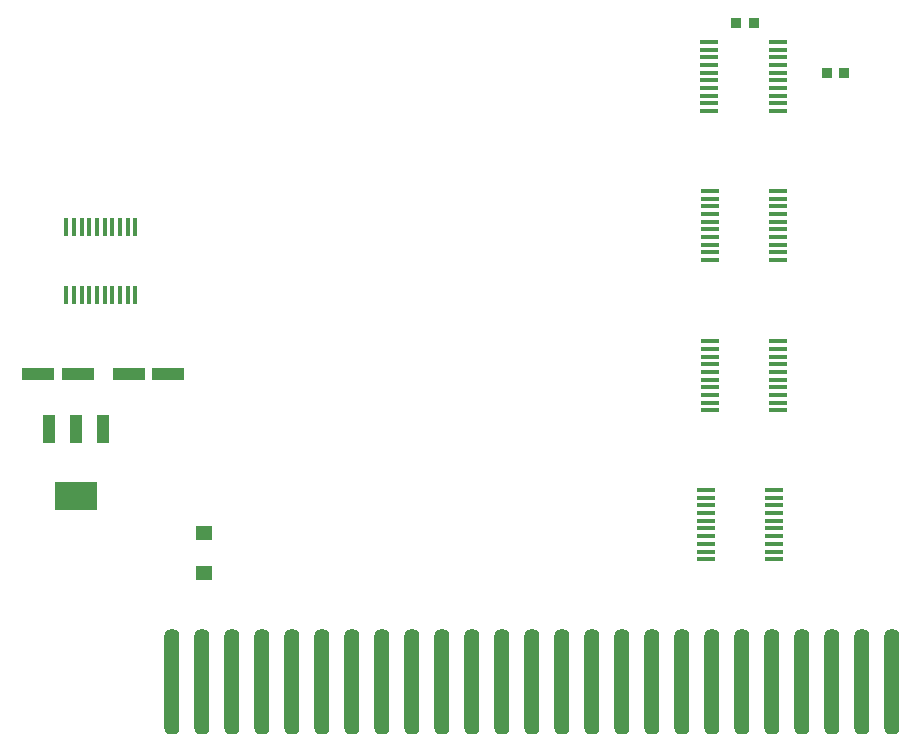
<source format=gbr>
%TF.GenerationSoftware,KiCad,Pcbnew,8.0.1*%
%TF.CreationDate,2024-04-22T15:40:42-03:00*%
%TF.ProjectId,pico-msxcart,7069636f-2d6d-4737-9863-6172742e6b69,rev?*%
%TF.SameCoordinates,Original*%
%TF.FileFunction,Paste,Top*%
%TF.FilePolarity,Positive*%
%FSLAX46Y46*%
G04 Gerber Fmt 4.6, Leading zero omitted, Abs format (unit mm)*
G04 Created by KiCad (PCBNEW 8.0.1) date 2024-04-22 15:40:42*
%MOMM*%
%LPD*%
G01*
G04 APERTURE LIST*
G04 Aperture macros list*
%AMRoundRect*
0 Rectangle with rounded corners*
0 $1 Rounding radius*
0 $2 $3 $4 $5 $6 $7 $8 $9 X,Y pos of 4 corners*
0 Add a 4 corners polygon primitive as box body*
4,1,4,$2,$3,$4,$5,$6,$7,$8,$9,$2,$3,0*
0 Add four circle primitives for the rounded corners*
1,1,$1+$1,$2,$3*
1,1,$1+$1,$4,$5*
1,1,$1+$1,$6,$7*
1,1,$1+$1,$8,$9*
0 Add four rect primitives between the rounded corners*
20,1,$1+$1,$2,$3,$4,$5,0*
20,1,$1+$1,$4,$5,$6,$7,0*
20,1,$1+$1,$6,$7,$8,$9,0*
20,1,$1+$1,$8,$9,$2,$3,0*%
G04 Aperture macros list end*
%ADD10RoundRect,0.444500X0.190500X-4.000500X0.190500X4.000500X-0.190500X4.000500X-0.190500X-4.000500X0*%
%ADD11RoundRect,0.444500X-0.190500X4.000500X-0.190500X-4.000500X0.190500X-4.000500X0.190500X4.000500X0*%
%ADD12R,0.810000X0.860000*%
%ADD13R,1.560000X0.410000*%
%ADD14R,0.410000X1.560000*%
%ADD15R,0.980000X2.470000*%
%ADD16R,3.600000X2.470000*%
%ADD17R,2.800000X1.100000*%
%ADD18R,1.400000X1.200000*%
G04 APERTURE END LIST*
D10*
%TO.C,J1*%
X176784000Y-123698000D03*
X174244000Y-123698000D03*
X171704000Y-123698000D03*
X169164000Y-123698000D03*
X166624000Y-123698000D03*
X164084000Y-123698000D03*
X161544000Y-123698000D03*
X159004000Y-123698000D03*
D11*
X156464000Y-123698000D03*
X153924000Y-123698000D03*
X151384000Y-123698000D03*
X148844000Y-123698000D03*
X146304000Y-123698000D03*
X143764000Y-123698000D03*
X141224000Y-123698000D03*
X138684000Y-123698000D03*
X136144000Y-123698000D03*
X133604000Y-123698000D03*
D10*
X131064000Y-123698000D03*
X128524000Y-123698000D03*
X125984000Y-123698000D03*
X123444000Y-123698000D03*
X120904000Y-123698000D03*
X118364000Y-123698000D03*
X115824000Y-123698000D03*
%TD*%
D12*
%TO.C,R1*%
X171265000Y-72164800D03*
X172765000Y-72164800D03*
%TD*%
D13*
%TO.C,U6*%
X161340800Y-69545200D03*
X161340800Y-70195200D03*
X161340800Y-70845200D03*
X161340800Y-71495200D03*
X161340800Y-72145200D03*
X161340800Y-72795200D03*
X161340800Y-73445200D03*
X161340800Y-74095200D03*
X161340800Y-74745200D03*
X161340800Y-75395200D03*
X167100800Y-75395200D03*
X167100800Y-74745200D03*
X167100800Y-74095200D03*
X167100800Y-73445200D03*
X167100800Y-72795200D03*
X167100800Y-72145200D03*
X167100800Y-71495200D03*
X167100800Y-70845200D03*
X167100800Y-70195200D03*
X167100800Y-69545200D03*
%TD*%
D14*
%TO.C,U4*%
X112727200Y-85167200D03*
X112077200Y-85167200D03*
X111427200Y-85167200D03*
X110777200Y-85167200D03*
X110127200Y-85167200D03*
X109477200Y-85167200D03*
X108827200Y-85167200D03*
X108177200Y-85167200D03*
X107527200Y-85167200D03*
X106877200Y-85167200D03*
X106877200Y-90927200D03*
X107527200Y-90927200D03*
X108177200Y-90927200D03*
X108827200Y-90927200D03*
X109477200Y-90927200D03*
X110127200Y-90927200D03*
X110777200Y-90927200D03*
X111427200Y-90927200D03*
X112077200Y-90927200D03*
X112727200Y-90927200D03*
%TD*%
D15*
%TO.C,U10*%
X110018000Y-102297200D03*
X107718000Y-102297200D03*
X105418000Y-102297200D03*
D16*
X107718000Y-107957200D03*
%TD*%
D13*
%TO.C,U5*%
X161372000Y-94876500D03*
X161372000Y-95526500D03*
X161372000Y-96176500D03*
X161372000Y-96826500D03*
X161372000Y-97476500D03*
X161372000Y-98126500D03*
X161372000Y-98776500D03*
X161372000Y-99426500D03*
X161372000Y-100076500D03*
X161372000Y-100726500D03*
X167132000Y-100726500D03*
X167132000Y-100076500D03*
X167132000Y-99426500D03*
X167132000Y-98776500D03*
X167132000Y-98126500D03*
X167132000Y-97476500D03*
X167132000Y-96826500D03*
X167132000Y-96176500D03*
X167132000Y-95526500D03*
X167132000Y-94876500D03*
%TD*%
D17*
%TO.C,C2*%
X104528400Y-97637600D03*
X107848400Y-97637600D03*
%TD*%
D18*
%TO.C,D1*%
X118567200Y-111126800D03*
X118567200Y-114526800D03*
%TD*%
D17*
%TO.C,C1*%
X112199200Y-97637600D03*
X115519200Y-97637600D03*
%TD*%
D13*
%TO.C,U2*%
X167151600Y-88004900D03*
X167151600Y-87354900D03*
X167151600Y-86704900D03*
X167151600Y-86054900D03*
X167151600Y-85404900D03*
X167151600Y-84754900D03*
X167151600Y-84104900D03*
X167151600Y-83454900D03*
X167151600Y-82804900D03*
X167151600Y-82154900D03*
X161391600Y-82154900D03*
X161391600Y-82804900D03*
X161391600Y-83454900D03*
X161391600Y-84104900D03*
X161391600Y-84754900D03*
X161391600Y-85404900D03*
X161391600Y-86054900D03*
X161391600Y-86704900D03*
X161391600Y-87354900D03*
X161391600Y-88004900D03*
%TD*%
%TO.C,U3*%
X166807000Y-113336200D03*
X166807000Y-112686200D03*
X166807000Y-112036200D03*
X166807000Y-111386200D03*
X166807000Y-110736200D03*
X166807000Y-110086200D03*
X166807000Y-109436200D03*
X166807000Y-108786200D03*
X166807000Y-108136200D03*
X166807000Y-107486200D03*
X161047000Y-107486200D03*
X161047000Y-108136200D03*
X161047000Y-108786200D03*
X161047000Y-109436200D03*
X161047000Y-110086200D03*
X161047000Y-110736200D03*
X161047000Y-111386200D03*
X161047000Y-112036200D03*
X161047000Y-112686200D03*
X161047000Y-113336200D03*
%TD*%
D12*
%TO.C,R2*%
X165119600Y-67948400D03*
X163619600Y-67948400D03*
%TD*%
M02*

</source>
